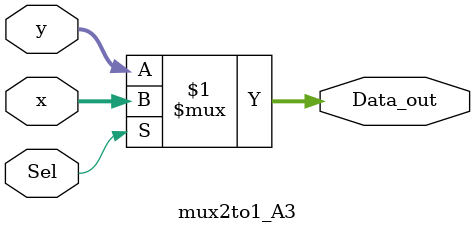
<source format=v>
module mux2to1_A3 #(
   // constant declaration
  parameter DATA_WIDTH = 5

)(
   input [(DATA_WIDTH-1):0] x,
   input [(DATA_WIDTH-1):0] y,
	input Sel,
	output [(DATA_WIDTH-1):0] Data_out
   
);

assign Data_out = Sel ? x : y ; 
endmodule 


</source>
